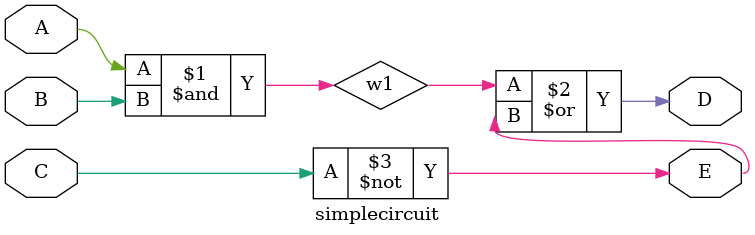
<source format=v>
module simplecircuit(A,B,C,D,E);
    input A,B,C; //defining inputs
    output D,E; //defining outputs
    wire w1; //defining the wire
    and #(30) G1(w1,A,B); //defining the AND gate that is connected by w1 with 30ns delay for AND gate
    not #(10) G2(E,C); //defining the not gate with 10ns delay for NOT gate
    or #(20) G3(D,w1,E); //performing OR on G1 and G2 with 20ns OR gate delay
endmodule

</source>
